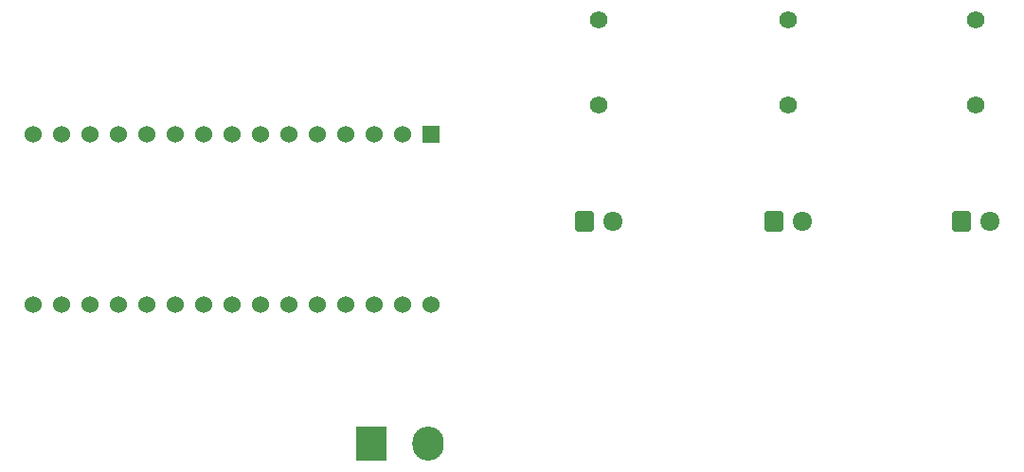
<source format=gtl>
G04*
G04 #@! TF.GenerationSoftware,Altium Limited,Altium Designer,25.4.2 (15)*
G04*
G04 Layer_Physical_Order=1*
G04 Layer_Color=255*
%FSLAX44Y44*%
%MOMM*%
G71*
G04*
G04 #@! TF.SameCoordinates,C413FF29-5236-423E-A092-4D5EA2C1B9D4*
G04*
G04*
G04 #@! TF.FilePolarity,Positive*
G04*
G01*
G75*
%ADD19C,1.5748*%
%ADD20C,1.5240*%
%ADD21R,1.5240X1.5240*%
%ADD22R,2.7940X3.0480*%
%ADD23O,2.7940X3.0480*%
G04:AMPARAMS|DCode=24|XSize=1.7mm|YSize=1.8mm|CornerRadius=0.2125mm|HoleSize=0mm|Usage=FLASHONLY|Rotation=0.000|XOffset=0mm|YOffset=0mm|HoleType=Round|Shape=RoundedRectangle|*
%AMROUNDEDRECTD24*
21,1,1.7000,1.3750,0,0,0.0*
21,1,1.2750,1.8000,0,0,0.0*
1,1,0.4250,0.6375,-0.6875*
1,1,0.4250,-0.6375,-0.6875*
1,1,0.4250,-0.6375,0.6875*
1,1,0.4250,0.6375,0.6875*
%
%ADD24ROUNDEDRECTD24*%
%ADD25O,1.7000X1.8000*%
D19*
X877570Y862330D02*
D03*
Y938530D02*
D03*
X1046480Y862330D02*
D03*
Y938530D02*
D03*
X1214120Y862330D02*
D03*
Y938530D02*
D03*
D20*
X422275Y835660D02*
D03*
X447675D02*
D03*
X473075D02*
D03*
X498475D02*
D03*
X523875D02*
D03*
X549275D02*
D03*
X574675D02*
D03*
X600075D02*
D03*
X625475D02*
D03*
X650875D02*
D03*
X676275D02*
D03*
X701675D02*
D03*
X727075Y683260D02*
D03*
X396875Y835660D02*
D03*
X371475D02*
D03*
X701675Y683260D02*
D03*
X676275D02*
D03*
X650875D02*
D03*
X625475D02*
D03*
X600075D02*
D03*
X574675D02*
D03*
X549275D02*
D03*
X523875D02*
D03*
X498475D02*
D03*
X422275D02*
D03*
X473075D02*
D03*
X447675D02*
D03*
X396875D02*
D03*
X371475D02*
D03*
D21*
X727075Y835660D02*
D03*
D22*
X674370Y558800D02*
D03*
D23*
X725170D02*
D03*
D24*
X1033780Y758190D02*
D03*
X1201420D02*
D03*
X864870D02*
D03*
D25*
X1059180D02*
D03*
X1226820D02*
D03*
X890270D02*
D03*
M02*

</source>
